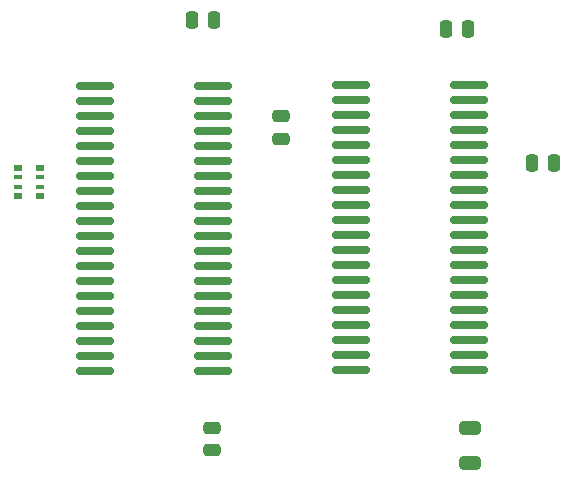
<source format=gbr>
%TF.GenerationSoftware,KiCad,Pcbnew,8.0.5-dirty*%
%TF.CreationDate,2024-12-24T11:16:46-08:00*%
%TF.ProjectId,nightshade,6e696768-7473-4686-9164-652e6b696361,rev?*%
%TF.SameCoordinates,Original*%
%TF.FileFunction,Paste,Bot*%
%TF.FilePolarity,Positive*%
%FSLAX46Y46*%
G04 Gerber Fmt 4.6, Leading zero omitted, Abs format (unit mm)*
G04 Created by KiCad (PCBNEW 8.0.5-dirty) date 2024-12-24 11:16:46*
%MOMM*%
%LPD*%
G01*
G04 APERTURE LIST*
G04 Aperture macros list*
%AMRoundRect*
0 Rectangle with rounded corners*
0 $1 Rounding radius*
0 $2 $3 $4 $5 $6 $7 $8 $9 X,Y pos of 4 corners*
0 Add a 4 corners polygon primitive as box body*
4,1,4,$2,$3,$4,$5,$6,$7,$8,$9,$2,$3,0*
0 Add four circle primitives for the rounded corners*
1,1,$1+$1,$2,$3*
1,1,$1+$1,$4,$5*
1,1,$1+$1,$6,$7*
1,1,$1+$1,$8,$9*
0 Add four rect primitives between the rounded corners*
20,1,$1+$1,$2,$3,$4,$5,0*
20,1,$1+$1,$4,$5,$6,$7,0*
20,1,$1+$1,$6,$7,$8,$9,0*
20,1,$1+$1,$8,$9,$2,$3,0*%
G04 Aperture macros list end*
%ADD10RoundRect,0.250000X-0.650000X0.325000X-0.650000X-0.325000X0.650000X-0.325000X0.650000X0.325000X0*%
%ADD11RoundRect,0.250000X-0.250000X-0.475000X0.250000X-0.475000X0.250000X0.475000X-0.250000X0.475000X0*%
%ADD12RoundRect,0.250000X0.250000X0.475000X-0.250000X0.475000X-0.250000X-0.475000X0.250000X-0.475000X0*%
%ADD13RoundRect,0.250000X0.475000X-0.250000X0.475000X0.250000X-0.475000X0.250000X-0.475000X-0.250000X0*%
%ADD14RoundRect,0.150000X1.475000X0.150000X-1.475000X0.150000X-1.475000X-0.150000X1.475000X-0.150000X0*%
%ADD15RoundRect,0.250000X-0.475000X0.250000X-0.475000X-0.250000X0.475000X-0.250000X0.475000X0.250000X0*%
%ADD16R,0.800000X0.500000*%
%ADD17R,0.800000X0.400000*%
G04 APERTURE END LIST*
D10*
%TO.C,C23*%
X124050000Y-131025000D03*
X124050000Y-133975000D03*
%TD*%
D11*
%TO.C,C1*%
X122050000Y-97250000D03*
X123950000Y-97250000D03*
%TD*%
D12*
%TO.C,C6*%
X131200000Y-108600000D03*
X129300000Y-108600000D03*
%TD*%
D13*
%TO.C,C55*%
X102250000Y-132900000D03*
X102250000Y-131000000D03*
%TD*%
D11*
%TO.C,C51*%
X100550000Y-96500000D03*
X102450000Y-96500000D03*
%TD*%
D14*
%TO.C,U8*%
X102300000Y-102060000D03*
X102300000Y-103328000D03*
X102300000Y-104598000D03*
X102300000Y-105868000D03*
X102300000Y-107138000D03*
X102300000Y-108408000D03*
X102300000Y-109678000D03*
X102300000Y-110948000D03*
X102300000Y-112218000D03*
X102300000Y-113488000D03*
X102300000Y-114758000D03*
X102300000Y-116028000D03*
X102300000Y-117298000D03*
X102300000Y-118568000D03*
X102300000Y-119838000D03*
X102300000Y-121108000D03*
X102300000Y-122378000D03*
X102300000Y-123648000D03*
X102300000Y-124918000D03*
X102300000Y-126188000D03*
X92330000Y-126188000D03*
X92330000Y-124918000D03*
X92330000Y-123648000D03*
X92330000Y-122378000D03*
X92330000Y-121108000D03*
X92330000Y-119838000D03*
X92330000Y-118568000D03*
X92330000Y-117298000D03*
X92330000Y-116028000D03*
X92330000Y-114758000D03*
X92330000Y-113488000D03*
X92330000Y-112218000D03*
X92330000Y-110948000D03*
X92330000Y-109678000D03*
X92330000Y-108408000D03*
X92330000Y-107138000D03*
X92330000Y-105868000D03*
X92330000Y-104598000D03*
X92330000Y-103328000D03*
X92330000Y-102058000D03*
%TD*%
%TO.C,U7*%
X124000000Y-102002000D03*
X124000000Y-103270000D03*
X124000000Y-104540000D03*
X124000000Y-105810000D03*
X124000000Y-107080000D03*
X124000000Y-108350000D03*
X124000000Y-109620000D03*
X124000000Y-110890000D03*
X124000000Y-112160000D03*
X124000000Y-113430000D03*
X124000000Y-114700000D03*
X124000000Y-115970000D03*
X124000000Y-117240000D03*
X124000000Y-118510000D03*
X124000000Y-119780000D03*
X124000000Y-121050000D03*
X124000000Y-122320000D03*
X124000000Y-123590000D03*
X124000000Y-124860000D03*
X124000000Y-126130000D03*
X114030000Y-126130000D03*
X114030000Y-124860000D03*
X114030000Y-123590000D03*
X114030000Y-122320000D03*
X114030000Y-121050000D03*
X114030000Y-119780000D03*
X114030000Y-118510000D03*
X114030000Y-117240000D03*
X114030000Y-115970000D03*
X114030000Y-114700000D03*
X114030000Y-113430000D03*
X114030000Y-112160000D03*
X114030000Y-110890000D03*
X114030000Y-109620000D03*
X114030000Y-108350000D03*
X114030000Y-107080000D03*
X114030000Y-105810000D03*
X114030000Y-104540000D03*
X114030000Y-103270000D03*
X114030000Y-102000000D03*
%TD*%
D15*
%TO.C,C53*%
X108100000Y-104650000D03*
X108100000Y-106550000D03*
%TD*%
D16*
%TO.C,RN3*%
X85850000Y-111400000D03*
D17*
X85850000Y-110600000D03*
X85850000Y-109800000D03*
D16*
X85850000Y-109000000D03*
X87650000Y-109000000D03*
D17*
X87650000Y-109800000D03*
X87650000Y-110600000D03*
D16*
X87650000Y-111400000D03*
%TD*%
M02*

</source>
